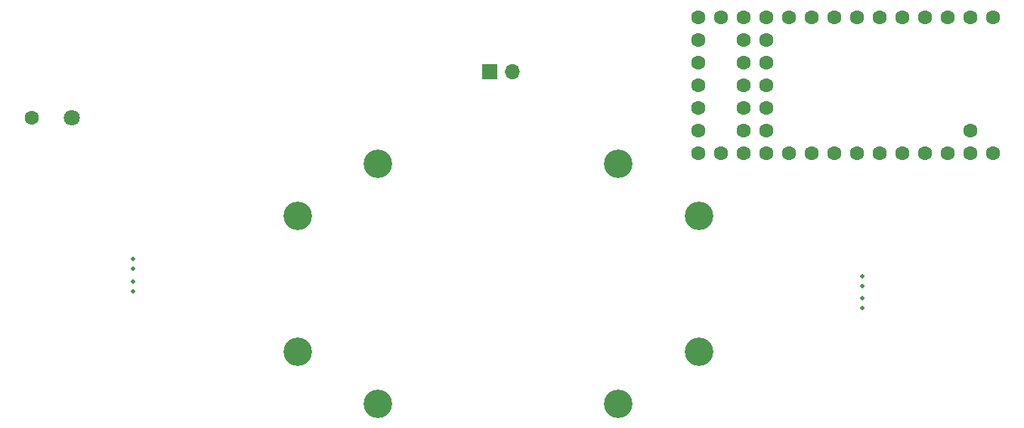
<source format=gbr>
%TF.GenerationSoftware,KiCad,Pcbnew,7.0.9*%
%TF.CreationDate,2023-12-11T14:06:04-05:00*%
%TF.ProjectId,pixel_char_fall2023,70697865-6c5f-4636-9861-725f66616c6c,rev?*%
%TF.SameCoordinates,Original*%
%TF.FileFunction,Soldermask,Bot*%
%TF.FilePolarity,Negative*%
%FSLAX46Y46*%
G04 Gerber Fmt 4.6, Leading zero omitted, Abs format (unit mm)*
G04 Created by KiCad (PCBNEW 7.0.9) date 2023-12-11 14:06:04*
%MOMM*%
%LPD*%
G01*
G04 APERTURE LIST*
%ADD10C,1.600000*%
%ADD11C,1.800000*%
%ADD12C,0.499999*%
%ADD13R,1.700000X1.700000*%
%ADD14O,1.700000X1.700000*%
%ADD15C,3.200000*%
G04 APERTURE END LIST*
D10*
%TO.C,J9*%
X95900000Y-83950000D03*
D11*
X100400000Y-83950000D03*
%TD*%
D12*
%TO.C,U19*%
X107300000Y-99825004D03*
X107300000Y-100925001D03*
%TD*%
D13*
%TO.C,J2*%
X147200000Y-78850000D03*
D14*
X149740000Y-78850000D03*
%TD*%
D15*
%TO.C,H6*%
X170686000Y-94985000D03*
%TD*%
%TO.C,H7*%
X125686000Y-110185000D03*
%TD*%
%TO.C,H2*%
X161609500Y-89135000D03*
%TD*%
D12*
%TO.C,U15*%
X189000000Y-105324996D03*
X189000000Y-104224999D03*
%TD*%
D15*
%TO.C,H1*%
X134709500Y-89135000D03*
%TD*%
D12*
%TO.C,U17*%
X107300000Y-103424996D03*
X107300000Y-102324999D03*
%TD*%
D15*
%TO.C,H5*%
X125686000Y-94985000D03*
%TD*%
%TO.C,H4*%
X161609500Y-116035000D03*
%TD*%
%TO.C,H8*%
X170686000Y-110185000D03*
%TD*%
D10*
%TO.C,U5*%
X203600000Y-72730000D03*
X201060000Y-72730000D03*
X198520000Y-72730000D03*
X195980000Y-72730000D03*
X193440000Y-72730000D03*
X190900000Y-72730000D03*
X188360000Y-72730000D03*
X185820000Y-72730000D03*
X183280000Y-72730000D03*
X180740000Y-72730000D03*
X178200000Y-72730000D03*
X175660000Y-72730000D03*
X173120000Y-72730000D03*
X170580000Y-72730000D03*
X170580000Y-75270000D03*
X170580000Y-77810000D03*
X170580000Y-80350000D03*
X170580000Y-82890000D03*
X170580000Y-85430000D03*
X170580000Y-87970000D03*
X173120000Y-87970000D03*
X175660000Y-87970000D03*
X178200000Y-87970000D03*
X180740000Y-87970000D03*
X183280000Y-87970000D03*
X185820000Y-87970000D03*
X188360000Y-87970000D03*
X190900000Y-87970000D03*
X193440000Y-87970000D03*
X195980000Y-87970000D03*
X198520000Y-87970000D03*
X201060000Y-87970000D03*
X203600000Y-87970000D03*
X201060000Y-85430000D03*
X175660000Y-85430000D03*
X178200000Y-85430000D03*
X175660000Y-82890000D03*
X178200000Y-82890000D03*
X175660000Y-80350000D03*
X178200000Y-80350000D03*
X175660000Y-77810000D03*
X178200000Y-77810000D03*
X175660000Y-75270000D03*
X178200000Y-75270000D03*
%TD*%
D12*
%TO.C,U13*%
X189000000Y-101725004D03*
X189000000Y-102825001D03*
%TD*%
D15*
%TO.C,H3*%
X134709500Y-116035000D03*
%TD*%
M02*

</source>
